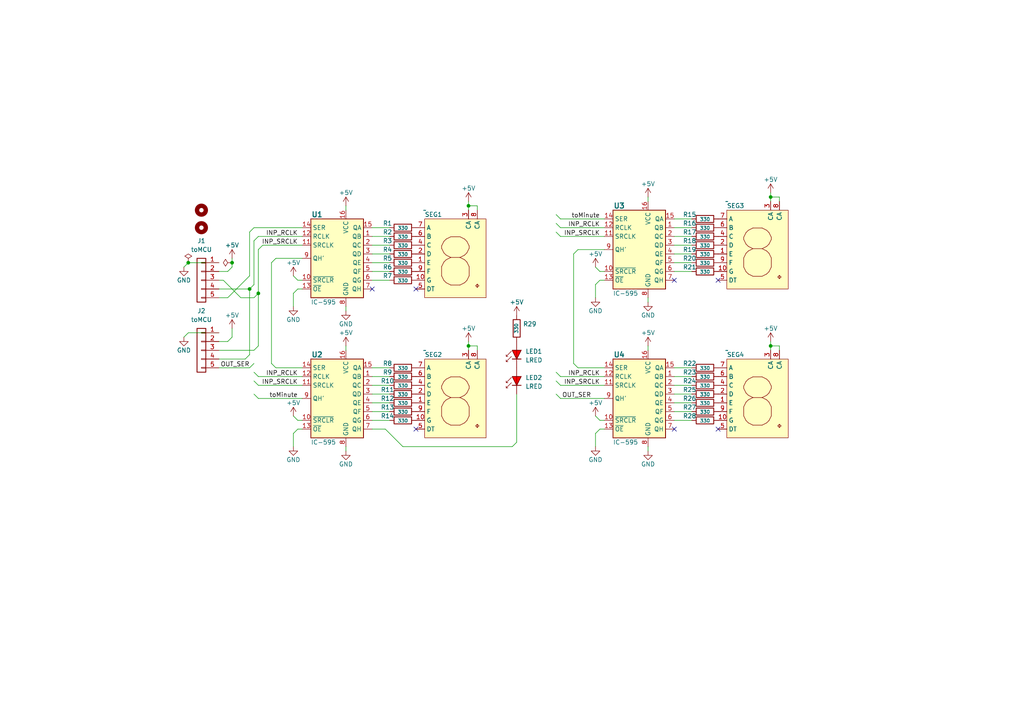
<source format=kicad_sch>
(kicad_sch (version 20230121) (generator eeschema)
  (paper "A4")
  (title_block (title "Display Clock 7 Segmen with 74HC595") (date "2023-06-27") (rev "Ver 1.0") (company "TooPayz") (comment 2 "Can use for standard clock or JWS.") (comment 3 "This display 2 digit Hours, 2 digit Minutes, and 2 Blinky LED.") (comment 4 "Design 4 Digit display using Seven Segmen."))
  (lib_symbols
    (symbol "01pyzGeneral:+5V" (power) (pin_names (offset 0))
      (property "Value" "+5V" (at 0 3.81 0))
      (symbol "+5V_0_1"
        (polyline (pts (xy -0.762 1.27) (xy 0 2.54)))
        (polyline (pts (xy 0 0) (xy 0 2.54)))
        (polyline (pts (xy 0 2.54) (xy 0.762 1.27)))
      )
      (symbol "+5V_1_1"
        (pin power_in line (at 0 0 90) (length 0) hide (name "+5V") (number "1"))
      )
    )
    (symbol "01pyzGeneral:GND" (power) (pin_names (offset 0))
      (property "Value" "GND" (at 0 -3.81 0))
      (symbol "GND_0_1"
        (polyline (pts (xy 0 0) (xy 0 -1.27) (xy 1.27 -1.27) (xy 0 -2.54) (xy -1.27 -1.27) (xy 0 -1.27)))
      )
      (symbol "GND_1_1"
        (pin power_in line (at 0 0 270) (length 0) hide (name "GND") (number "1"))
      )
    )
    (symbol "01pyzGeneral:MountingHole" (pin_names (offset 1.016))
      (property "Reference" "H" (at 0 5.08 0))
      (property "Value" "MountingHole" (at 0 3.175 0))
      (symbol "MountingHole_0_1"
        (circle (center 0 0) (radius 1.27) (stroke (width 1.27)))
      )
    )
    (symbol "01pyzGeneral:PWR_FLAG" (power) (pin_numbers hide) (pin_names (offset 0) hide)
      (property "Value" "PWR_FLAG" (at 0 3.81 0))
      (symbol "PWR_FLAG_0_0"
        (pin power_out line (at 0 0 90) (length 0) (name "pwr") (number "1"))
      )
      (symbol "PWR_FLAG_0_1"
        (polyline (pts (xy 0 0) (xy 0 1.27) (xy -1.016 1.905) (xy 0 2.54) (xy 1.016 1.905) (xy 0 1.27)))
      )
    )
    (symbol "02pyzPassive:R" (pin_numbers hide) (pin_names (offset 0))
      (property "Reference" "R" (at -2.032 2.286 0))
      (property "Value" "R" (at 0 -0.1 0))
      (symbol "R_1_1"
        (rectangle (start -2.54 1.016) (end 2.54 -1.016) (stroke (width 0.254)))
        (pin passive line (at -3.81 0 0) (length 1.27) (name "~") (number "1"))
        (pin passive line (at 3.81 0 180) (length 1.27) (name "~") (number "2"))
      )
    )
    (symbol "03pyzActive:LRED" (pin_numbers hide) (pin_names hide)
      (property "Reference" "LED" (at 1.778 1.778 0))
      (property "Value" "LRED" (at 0.254 -2.794 0))
      (symbol "LRED_0_1"
        (polyline (pts (xy -2.032 3.048) (xy -2.032 2.54)))
        (polyline (pts (xy -1.27 1.27) (xy -1.27 -1.27)) (stroke (width 0.254)))
        (polyline (pts (xy 1.27 0) (xy -1.27 0)))
        (polyline (pts (xy -0.508 1.524) (xy -2.032 3.048) (xy -1.524 3.048)))
        (polyline (pts (xy 1.016 1.524) (xy -0.508 3.048) (xy 0 3.048) (xy -0.508 3.048) (xy -0.508 2.54)))
      )
      (symbol "LRED_1_1"
        (polyline (pts (xy 1.27 -1.27) (xy 1.27 1.27) (xy -1.27 0) (xy 1.27 -1.27)) (stroke (width 0.254)) (fill (type color) (color 255 0 0 1)))
        (pin passive line (at -3.81 0 0) (length 2.54) (name "K") (number "1"))
        (pin passive line (at 3.81 0 180) (length 2.54) (name "A") (number "2"))
      )
    )
    (symbol "04pyzConnector:Header_5P" (pin_names (offset 1.016) hide)
      (property "Reference" "J" (at 0 7.62 0))
      (property "Value" "Header_5P" (at 0 -7.62 0))
      (symbol "Header_5P_1_1"
        (rectangle (start -1.27 -4.953) (end 0 -5.207) (stroke (width 0.1524)))
        (rectangle (start -1.27 -2.413) (end 0 -2.667) (stroke (width 0.1524)))
        (rectangle (start -1.27 0.127) (end 0 -0.127) (stroke (width 0.1524)))
        (rectangle (start -1.27 2.667) (end 0 2.413) (stroke (width 0.1524)))
        (rectangle (start -1.27 5.207) (end 0 4.953) (stroke (width 0.1524)))
        (rectangle (start -1.27 6.35) (end 1.27 -6.35) (stroke (width 0.254)))
        (pin passive line (at -5.08 5.08 0) (length 3.81) (name "Pin_1") (number "1"))
        (pin passive line (at -5.08 2.54 0) (length 3.81) (name "Pin_2") (number "2"))
        (pin passive line (at -5.08 0 0) (length 3.81) (name "Pin_3") (number "3"))
        (pin passive line (at -5.08 -2.54 0) (length 3.81) (name "Pin_4") (number "4"))
        (pin passive line (at -5.08 -5.08 0) (length 3.81) (name "Pin_5") (number "5"))
      )
    )
    (symbol "05pyzDisplay:Segmen-CA"
      (property "Reference" "SEG" (at -8.89 12.7 0))
      (property "Value" "SLR0561DWA1BD" (at 8.89 -12.7 0))
      (symbol "Segmen-CA_1_1"
        (rectangle (start -8.89 11.43) (end 8.89 -11.43) (fill (type background)))
        (text "." (at 6.35 -3.81 0) (effects (font (size 10 10))))
        (text "8" (at 0 -1.27 0) (effects (font (size 14 14))))
        (pin input line (at -11.43 -1.27 0) (length 2.54) (name "E") (number "1"))
        (pin input line (at -11.43 -6.35 0) (length 2.54) (name "G") (number "10"))
        (pin input line (at -11.43 1.27 0) (length 2.54) (name "D") (number "2"))
        (pin input line (at 3.81 13.97 270) (length 2.54) (name "CA") (number "3"))
        (pin input line (at -11.43 3.81 0) (length 2.54) (name "C") (number "4"))
        (pin input line (at -11.43 -8.89 0) (length 2.54) (name "DT") (number "5"))
        (pin input line (at -11.43 6.35 0) (length 2.54) (name "B") (number "6"))
        (pin input line (at -11.43 8.89 0) (length 2.54) (name "A") (number "7"))
        (pin input line (at 6.35 13.97 270) (length 2.54) (name "CA") (number "8"))
        (pin input line (at -11.43 -3.81 0) (length 2.54) (name "F") (number "9"))
      )
    )
    (symbol "07pyzIC_MCU:IC-595"
      (property "Reference" "U" (at -7.62 12.7 0))
      (property "Value" "IC-595" (at -7.62 -12.7 0))
      (symbol "IC-595_0_1"
        (rectangle (start -7.62 11.43) (end 7.62 -11.43) (stroke (width 0.254)) (fill (type background)))
      )
      (symbol "IC-595_1_1"
        (pin output line (at 10.16 6.35 180) (length 2.54) (name "QB") (number "1"))
        (pin input line (at -10.16 -6.35 0) (length 2.54) (name "~{SRCLR}") (number "10"))
        (pin input line (at -10.16 3.81 0) (length 2.54) (name "SRCLK") (number "11"))
        (pin input line (at -10.16 6.35 0) (length 2.54) (name "RCLK") (number "12"))
        (pin input line (at -10.16 -8.89 0) (length 2.54) (name "~{OE}") (number "13"))
        (pin input line (at -10.16 8.89 0) (length 2.54) (name "SER") (number "14"))
        (pin output line (at 10.16 8.89 180) (length 2.54) (name "QA") (number "15"))
        (pin power_in line (at 2.54 13.97 270) (length 2.54) (name "VCC") (number "16"))
        (pin output line (at 10.16 3.81 180) (length 2.54) (name "QC") (number "2"))
        (pin output line (at 10.16 1.27 180) (length 2.54) (name "QD") (number "3"))
        (pin output line (at 10.16 -1.27 180) (length 2.54) (name "QE") (number "4"))
        (pin output line (at 10.16 -3.81 180) (length 2.54) (name "QF") (number "5"))
        (pin output line (at 10.16 -6.35 180) (length 2.54) (name "QG") (number "6"))
        (pin output line (at 10.16 -8.89 180) (length 2.54) (name "QH") (number "7"))
        (pin power_in line (at 2.54 -13.97 90) (length 2.54) (name "GND") (number "8"))
        (pin output line (at -10.16 0 0) (length 2.54) (name "QH'") (number "9"))
      )
    )
  )
  (junction (at 223.52 57.15))
  (junction (at 135.89 59.69))
  (junction (at 135.89 100.33))
  (junction (at 67.31 76.2))
  (junction (at 72.39 83.82))
  (junction (at 223.52 100.33))
  (junction (at 74.93 85.09))
  (junction (at 54.61 76.2))
  (no_connect (at 208.28 81.28))
  (no_connect (at 120.65 83.82))
  (no_connect (at 120.65 124.46))
  (no_connect (at 107.95 83.82))
  (no_connect (at 195.58 81.28))
  (no_connect (at 208.28 124.46))
  (no_connect (at 195.58 124.46))
  (wire (pts (xy 72.39 67.31) (xy 72.39 80.01)))
  (wire (pts (xy 78.74 105.41) (xy 80.01 106.68)))
  (wire (pts (xy 107.95 66.04) (xy 113.03 66.04)))
  (wire (pts (xy 63.5 83.82) (xy 72.39 83.82)))
  (wire (pts (xy 116.84 129.54) (xy 111.76 124.46)))
  (wire (pts (xy 175.26 63.5) (xy 162.56 63.5)))
  (wire (pts (xy 187.96 129.54) (xy 187.96 130.81)))
  (wire (pts (xy 195.58 66.04) (xy 200.66 66.04)))
  (wire (pts (xy 69.85 86.36) (xy 73.66 86.36)))
  (wire (pts (xy 107.95 68.58) (xy 113.03 68.58)))
  (wire (pts (xy 173.99 124.46) (xy 172.72 125.73)))
  (wire (pts (xy 76.2 71.12) (xy 74.93 72.39)))
  (wire (pts (xy 161.29 110.49) (xy 162.56 111.76)))
  (wire (pts (xy 107.95 106.68) (xy 113.03 106.68)))
  (wire (pts (xy 173.99 121.92) (xy 172.72 120.65)))
  (wire (pts (xy 63.5 96.52) (xy 54.61 96.52)))
  (wire (pts (xy 67.31 77.47) (xy 66.04 78.74)))
  (wire (pts (xy 100.33 129.54) (xy 100.33 130.81)))
  (wire (pts (xy 71.12 104.14) (xy 72.39 102.87)))
  (wire (pts (xy 175.26 124.46) (xy 173.99 124.46)))
  (wire (pts (xy 107.95 73.66) (xy 113.03 73.66)))
  (wire (pts (xy 67.31 76.2) (xy 67.31 77.47)))
  (wire (pts (xy 161.29 107.95) (xy 162.56 109.22)))
  (wire (pts (xy 86.36 124.46) (xy 85.09 125.73)))
  (wire (pts (xy 223.52 55.88) (xy 223.52 57.15)))
  (wire (pts (xy 87.63 115.57) (xy 74.93 115.57)))
  (wire (pts (xy 195.58 68.58) (xy 200.66 68.58)))
  (wire (pts (xy 87.63 74.93) (xy 80.01 74.93)))
  (wire (pts (xy 54.61 96.52) (xy 53.34 97.79)))
  (wire (pts (xy 195.58 119.38) (xy 200.66 119.38)))
  (wire (pts (xy 162.56 68.58) (xy 175.26 68.58)))
  (wire (pts (xy 195.58 71.12) (xy 200.66 71.12)))
  (wire (pts (xy 72.39 106.68) (xy 73.66 105.41)))
  (wire (pts (xy 74.93 109.22) (xy 87.63 109.22)))
  (wire (pts (xy 74.93 85.09) (xy 73.66 86.36)))
  (wire (pts (xy 63.5 81.28) (xy 64.77 81.28)))
  (wire (pts (xy 107.95 71.12) (xy 113.03 71.12)))
  (wire (pts (xy 162.56 66.04) (xy 175.26 66.04)))
  (wire (pts (xy 138.43 59.69) (xy 138.43 60.96)))
  (wire (pts (xy 86.36 121.92) (xy 87.63 121.92)))
  (wire (pts (xy 226.06 57.15) (xy 226.06 58.42)))
  (wire (pts (xy 73.66 107.95) (xy 74.93 109.22)))
  (wire (pts (xy 135.89 59.69) (xy 135.89 60.96)))
  (wire (pts (xy 73.66 114.3) (xy 74.93 115.57)))
  (wire (pts (xy 195.58 111.76) (xy 200.66 111.76)))
  (wire (pts (xy 63.5 101.6) (xy 73.66 101.6)))
  (wire (pts (xy 173.99 78.74) (xy 172.72 77.47)))
  (wire (pts (xy 67.31 95.25) (xy 67.31 97.79)))
  (wire (pts (xy 107.95 78.74) (xy 113.03 78.74)))
  (wire (pts (xy 138.43 100.33) (xy 138.43 101.6)))
  (wire (pts (xy 173.99 81.28) (xy 172.72 82.55)))
  (wire (pts (xy 87.63 83.82) (xy 86.36 83.82)))
  (wire (pts (xy 195.58 114.3) (xy 200.66 114.3)))
  (wire (pts (xy 73.66 82.55) (xy 73.66 69.85)))
  (wire (pts (xy 63.5 86.36) (xy 66.04 86.36)))
  (wire (pts (xy 223.52 100.33) (xy 226.06 100.33)))
  (wire (pts (xy 148.59 129.54) (xy 116.84 129.54)))
  (wire (pts (xy 86.36 81.28) (xy 87.63 81.28)))
  (wire (pts (xy 107.95 121.92) (xy 113.03 121.92)))
  (wire (pts (xy 135.89 99.06) (xy 135.89 100.33)))
  (wire (pts (xy 175.26 115.57) (xy 162.56 115.57)))
  (wire (pts (xy 54.61 76.2) (xy 53.34 77.47)))
  (wire (pts (xy 64.77 81.28) (xy 69.85 86.36)))
  (wire (pts (xy 107.95 124.46) (xy 111.76 124.46)))
  (wire (pts (xy 100.33 100.33) (xy 100.33 101.6)))
  (wire (pts (xy 86.36 81.28) (xy 85.09 80.01)))
  (wire (pts (xy 107.95 76.2) (xy 113.03 76.2)))
  (wire (pts (xy 223.52 57.15) (xy 223.52 58.42)))
  (wire (pts (xy 167.64 72.39) (xy 166.37 73.66)))
  (wire (pts (xy 107.95 111.76) (xy 113.03 111.76)))
  (wire (pts (xy 67.31 74.93) (xy 67.31 76.2)))
  (wire (pts (xy 74.93 68.58) (xy 87.63 68.58)))
  (wire (pts (xy 195.58 63.5) (xy 200.66 63.5)))
  (wire (pts (xy 161.29 114.3) (xy 162.56 115.57)))
  (wire (pts (xy 161.29 62.23) (xy 162.56 63.5)))
  (wire (pts (xy 161.29 67.31) (xy 162.56 68.58)))
  (wire (pts (xy 63.5 99.06) (xy 66.04 99.06)))
  (wire (pts (xy 85.09 85.09) (xy 85.09 88.9)))
  (wire (pts (xy 149.86 128.27) (xy 148.59 129.54)))
  (wire (pts (xy 195.58 73.66) (xy 200.66 73.66)))
  (wire (pts (xy 161.29 64.77) (xy 162.56 66.04)))
  (wire (pts (xy 107.95 81.28) (xy 113.03 81.28)))
  (wire (pts (xy 223.52 99.06) (xy 223.52 100.33)))
  (wire (pts (xy 73.66 101.6) (xy 74.93 100.33)))
  (wire (pts (xy 107.95 114.3) (xy 113.03 114.3)))
  (wire (pts (xy 87.63 71.12) (xy 76.2 71.12)))
  (wire (pts (xy 135.89 59.69) (xy 138.43 59.69)))
  (wire (pts (xy 195.58 109.22) (xy 200.66 109.22)))
  (wire (pts (xy 172.72 125.73) (xy 172.72 129.54)))
  (wire (pts (xy 195.58 106.68) (xy 200.66 106.68)))
  (wire (pts (xy 73.66 110.49) (xy 74.93 111.76)))
  (wire (pts (xy 74.93 111.76) (xy 87.63 111.76)))
  (wire (pts (xy 172.72 82.55) (xy 172.72 86.36)))
  (wire (pts (xy 107.95 119.38) (xy 113.03 119.38)))
  (wire (pts (xy 87.63 66.04) (xy 73.66 66.04)))
  (wire (pts (xy 166.37 105.41) (xy 167.64 106.68)))
  (wire (pts (xy 107.95 116.84) (xy 113.03 116.84)))
  (wire (pts (xy 86.36 121.92) (xy 85.09 120.65)))
  (wire (pts (xy 166.37 73.66) (xy 166.37 105.41)))
  (wire (pts (xy 135.89 100.33) (xy 138.43 100.33)))
  (wire (pts (xy 195.58 116.84) (xy 200.66 116.84)))
  (wire (pts (xy 162.56 109.22) (xy 175.26 109.22)))
  (wire (pts (xy 195.58 76.2) (xy 200.66 76.2)))
  (wire (pts (xy 86.36 83.82) (xy 85.09 85.09)))
  (wire (pts (xy 63.5 106.68) (xy 72.39 106.68)))
  (wire (pts (xy 72.39 83.82) (xy 73.66 82.55)))
  (wire (pts (xy 66.04 86.36) (xy 72.39 80.01)))
  (wire (pts (xy 63.5 78.74) (xy 66.04 78.74)))
  (wire (pts (xy 78.74 76.2) (xy 78.74 105.41)))
  (wire (pts (xy 73.66 66.04) (xy 72.39 67.31)))
  (wire (pts (xy 175.26 106.68) (xy 167.64 106.68)))
  (wire (pts (xy 107.95 109.22) (xy 113.03 109.22)))
  (wire (pts (xy 175.26 81.28) (xy 173.99 81.28)))
  (wire (pts (xy 175.26 72.39) (xy 167.64 72.39)))
  (wire (pts (xy 187.96 57.15) (xy 187.96 58.42)))
  (wire (pts (xy 85.09 125.73) (xy 85.09 129.54)))
  (wire (pts (xy 195.58 121.92) (xy 200.66 121.92)))
  (wire (pts (xy 223.52 57.15) (xy 226.06 57.15)))
  (wire (pts (xy 100.33 59.69) (xy 100.33 60.96)))
  (wire (pts (xy 74.93 85.09) (xy 74.93 100.33)))
  (wire (pts (xy 63.5 104.14) (xy 71.12 104.14)))
  (wire (pts (xy 80.01 74.93) (xy 78.74 76.2)))
  (wire (pts (xy 135.89 100.33) (xy 135.89 101.6)))
  (wire (pts (xy 223.52 100.33) (xy 223.52 101.6)))
  (wire (pts (xy 63.5 76.2) (xy 54.61 76.2)))
  (wire (pts (xy 72.39 83.82) (xy 72.39 102.87)))
  (wire (pts (xy 187.96 100.33) (xy 187.96 101.6)))
  (wire (pts (xy 87.63 124.46) (xy 86.36 124.46)))
  (wire (pts (xy 187.96 86.36) (xy 187.96 87.63)))
  (wire (pts (xy 149.86 114.3) (xy 149.86 128.27)))
  (wire (pts (xy 162.56 111.76) (xy 175.26 111.76)))
  (wire (pts (xy 100.33 88.9) (xy 100.33 90.17)))
  (wire (pts (xy 173.99 121.92) (xy 175.26 121.92)))
  (wire (pts (xy 173.99 78.74) (xy 175.26 78.74)))
  (wire (pts (xy 74.93 72.39) (xy 74.93 85.09)))
  (wire (pts (xy 80.01 106.68) (xy 87.63 106.68)))
  (wire (pts (xy 226.06 100.33) (xy 226.06 101.6)))
  (wire (pts (xy 67.31 97.79) (xy 66.04 99.06)))
  (wire (pts (xy 135.89 58.42) (xy 135.89 59.69)))
  (wire (pts (xy 73.66 69.85) (xy 74.93 68.58)))
  (wire (pts (xy 195.58 78.74) (xy 200.66 78.74)))
  (label "INP_RCLK" (at 86.36 68.58 180))
  (label "INP_RCLK" (at 173.99 109.22 180))
  (label "INP_SRCLK" (at 86.36 71.12 180))
  (label "INP_SRCLK" (at 173.99 111.76 180))
  (label "toMinute" (at 86.36 115.57 180))
  (label "OUT_SER" (at 171.45 115.57 180))
  (label "INP_RCLK" (at 86.36 109.22 180))
  (label "INP_RCLK" (at 173.99 66.04 180))
  (label "INP_SRCLK" (at 173.99 68.58 180))
  (label "INP_SRCLK" (at 86.36 111.76 180))
  (label "toMinute" (at 173.99 63.5 180))
  (label "OUT_SER" (at 72.39 106.68 180))
  (symbol (lib_id "02pyzPassive:R") (at 204.47 109.22 0) (unit 1)
    (property "Reference" "R23" (at 200.025 107.95 0))
    (property "Value" "330" (at 204.47 109.32 0) (effects (font (size 1 1))))
    (property "Footprint" "02pyzPassive:R_0805_HandSolder" (effects hide))
  )
  (symbol (lib_id "02pyzPassive:R") (at 204.47 63.5 0) (unit 1)
    (property "Reference" "R15" (at 200.025 62.23 0))
    (property "Value" "330" (at 204.47 63.6 0) (effects (font (size 1 1))))
    (property "Footprint" "02pyzPassive:R_0805_HandSolder" (effects hide))
  )
  (symbol (lib_id "01pyzGeneral:+5V") (at 135.89 99.06 0) (unit 1)
    (property "Reference" "#PWR013" (effects hide))
    (property "Value" "+5V" (at 135.89 95.25 0))
  )
  (symbol (lib_id "01pyzGeneral:+5V") (at 172.72 77.47 0) (unit 1)
    (property "Reference" "#PWR014" (effects hide))
    (property "Value" "+5V" (at 172.72 73.66 0))
  )
  (symbol (lib_id "01pyzGeneral:+5V") (at 85.09 80.01 0) (unit 1)
    (property "Reference" "#PWR08" (effects hide))
    (property "Value" "+5V" (at 85.09 76.2 0))
  )
  (symbol (lib_id "01pyzGeneral:GND") (at 187.96 87.63 0) (unit 1)
    (property "Reference" "#PWR019" (effects hide))
    (property "Value" "GND" (at 187.96 91.44 0))
  )
  (symbol (lib_id "02pyzPassive:R") (at 116.84 116.84 0) (unit 1)
    (property "Reference" "R12" (at 112.395 115.57 0))
    (property "Value" "330" (at 116.84 116.94 0) (effects (font (size 1 1))))
    (property "Footprint" "02pyzPassive:R_0805_HandSolder" (effects hide))
  )
  (symbol (lib_id "02pyzPassive:R") (at 116.84 121.92 0) (unit 1)
    (property "Reference" "R14" (at 112.395 120.65 0))
    (property "Value" "330" (at 116.84 122.02 0) (effects (font (size 1 1))))
    (property "Footprint" "02pyzPassive:R_0805_HandSolder" (effects hide))
  )
  (symbol (lib_id "02pyzPassive:R") (at 204.47 121.92 0) (unit 1)
    (property "Reference" "R28" (at 200.025 120.65 0))
    (property "Value" "330" (at 204.47 122.02 0) (effects (font (size 1 1))))
    (property "Footprint" "02pyzPassive:R_0805_HandSolder" (effects hide))
  )
  (symbol (lib_id "01pyzGeneral:+5V") (at 187.96 57.15 0) (unit 1)
    (property "Reference" "#PWR018" (effects hide))
    (property "Value" "+5V" (at 187.96 53.34 0))
  )
  (symbol (lib_id "05pyzDisplay:Segmen-CA") (at 219.71 72.39 0) (unit 1)
    (property "Reference" "SEG3" (at 210.82 59.69 0) (effects (justify left)))
    (property "Value" "~" (at 210.82 58.42 0))
    (property "Footprint" "05pyzDisplay:Segmen-CA" (effects hide))
    (property "Datasheet" "https://jlcpcb.com/partdetail/Sunlight-SLR0561DWA1BD/C225939" (effects hide))
  )
  (symbol (lib_id "02pyzPassive:R") (at 204.47 114.3 0) (unit 1)
    (property "Reference" "R25" (at 200.025 113.03 0))
    (property "Value" "330" (at 204.47 114.4 0) (effects (font (size 1 1))))
    (property "Footprint" "02pyzPassive:R_0805_HandSolder" (effects hide))
  )
  (symbol (lib_id "01pyzGeneral:+5V") (at 100.33 100.33 0) (unit 1)
    (property "Reference" "#PWR011" (effects hide))
    (property "Value" "+5V" (at 100.33 96.52 0))
  )
  (symbol (lib_id "02pyzPassive:R") (at 204.47 71.12 0) (unit 1)
    (property "Reference" "R18" (at 200.025 69.85 0))
    (property "Value" "330" (at 204.47 71.22 0) (effects (font (size 1 1))))
    (property "Footprint" "02pyzPassive:R_0805_HandSolder" (effects hide))
  )
  (symbol (lib_id "02pyzPassive:R") (at 116.84 73.66 0) (unit 1)
    (property "Reference" "R4" (at 112.395 72.39 0))
    (property "Value" "330" (at 116.84 73.76 0) (effects (font (size 1 1))))
    (property "Footprint" "02pyzPassive:R_0805_HandSolder" (effects hide))
  )
  (symbol (lib_id "05pyzDisplay:Segmen-CA") (at 219.71 115.57 0) (unit 1)
    (property "Reference" "SEG4" (at 210.82 102.87 0) (effects (justify left)))
    (property "Value" "~" (at 210.82 101.6 0))
    (property "Footprint" "05pyzDisplay:Segmen-CA" (effects hide))
    (property "Datasheet" "https://jlcpcb.com/partdetail/Sunlight-SLR0561DWA1BD/C225939" (effects hide))
  )
  (symbol (lib_id "02pyzPassive:R") (at 204.47 78.74 0) (unit 1)
    (property "Reference" "R21" (at 200.025 77.47 0))
    (property "Value" "330" (at 204.47 78.84 0) (effects (font (size 1 1))))
    (property "Footprint" "02pyzPassive:R_0805_HandSolder" (effects hide))
  )
  (symbol (lib_id "01pyzGeneral:MountingHole") (at 58.42 66.04 0) (unit 1)
    (property "Reference" "H1" (effects hide))
    (property "Value" "Screw" (effects hide))
    (property "Footprint" "01pyzGeneral:MountingHole_3.2mm_M3_Pad" (effects hide))
  )
  (symbol (lib_id "01pyzGeneral:PWR_FLAG") (at 67.31 76.2 90) (unit 1)
    (property "Reference" "#FLG02" (effects hide))
    (property "Value" "PWR_FLAG" (effects hide))
  )
  (symbol (lib_id "01pyzGeneral:MountingHole") (at 58.42 60.96 0) (unit 1)
    (property "Reference" "H2" (effects hide))
    (property "Value" "Screw" (effects hide))
    (property "Footprint" "01pyzGeneral:MountingHole_3.2mm_M3_Pad" (effects hide))
  )
  (symbol (lib_id "01pyzGeneral:+5V") (at 135.89 58.42 0) (unit 1)
    (property "Reference" "#PWR01" (effects hide))
    (property "Value" "+5V" (at 135.89 54.61 0))
  )
  (symbol (lib_id "07pyzIC_MCU:IC-595") (at 97.79 115.57 0) (unit 1)
    (property "Reference" "U2" (at 90.17 102.87 0) (effects (font (size 1.5 1.5) bold) (justify left)))
    (property "Value" "IC-595" (at 90.17 128.27 0) (effects (justify left)))
    (property "Footprint" "Package_SO:SOP-16_4.4x10.4mm_P1.27mm" (effects hide))
    (property "Datasheet" "https://www.ti.com/lit/ds/symlink/sn74hc595.pdf" (effects hide))
  )
  (symbol (lib_id "01pyzGeneral:GND") (at 53.34 77.47 0) (unit 1)
    (property "Reference" "#PWR02" (effects hide))
    (property "Value" "GND" (at 53.34 81.28 0))
  )
  (symbol (lib_id "02pyzPassive:R") (at 116.84 119.38 0) (unit 1)
    (property "Reference" "R13" (at 112.395 118.11 0))
    (property "Value" "330" (at 116.84 119.48 0) (effects (font (size 1 1))))
    (property "Footprint" "02pyzPassive:R_0805_HandSolder" (effects hide))
  )
  (symbol (lib_id "05pyzDisplay:Segmen-CA") (at 132.08 115.57 0) (unit 1)
    (property "Reference" "SEG2" (at 123.19 102.87 0) (effects (justify left)))
    (property "Value" "~" (at 123.19 101.6 0))
    (property "Footprint" "05pyzDisplay:Segmen-CA" (effects hide))
    (property "Datasheet" "https://jlcpcb.com/partdetail/Sunlight-SLR0561DWA1BD/C225939" (effects hide))
  )
  (symbol (lib_id "02pyzPassive:R") (at 116.84 78.74 0) (unit 1)
    (property "Reference" "R6" (at 112.395 77.47 0))
    (property "Value" "330" (at 116.84 78.84 0) (effects (font (size 1 1))))
    (property "Footprint" "02pyzPassive:R_0805_HandSolder" (effects hide))
  )
  (symbol (lib_id "07pyzIC_MCU:IC-595") (at 185.42 72.39 0) (unit 1)
    (property "Reference" "U3" (at 177.8 59.69 0) (effects (font (size 1.5 1.5) bold) (justify left)))
    (property "Value" "IC-595" (at 177.8 85.09 0) (effects (justify left)))
    (property "Footprint" "Package_SO:SOP-16_4.4x10.4mm_P1.27mm" (effects hide))
    (property "Datasheet" "https://www.ti.com/lit/ds/symlink/sn74hc595.pdf" (effects hide))
  )
  (symbol (lib_id "02pyzPassive:R") (at 204.47 73.66 0) (unit 1)
    (property "Reference" "R19" (at 200.025 72.39 0))
    (property "Value" "330" (at 204.47 73.76 0) (effects (font (size 1 1))))
    (property "Footprint" "02pyzPassive:R_0805_HandSolder" (effects hide))
  )
  (symbol (lib_id "02pyzPassive:R") (at 149.86 95.25 270) (unit 1)
    (property "Reference" "R29" (at 153.67 93.98 90))
    (property "Value" "330" (at 149.76 95.25 0) (effects (font (size 1 1))))
    (property "Footprint" "02pyzPassive:R_0805_HandSolder" (effects hide))
  )
  (symbol (lib_id "02pyzPassive:R") (at 116.84 114.3 0) (unit 1)
    (property "Reference" "R11" (at 112.395 113.03 0))
    (property "Value" "330" (at 116.84 114.4 0) (effects (font (size 1 1))))
    (property "Footprint" "02pyzPassive:R_0805_HandSolder" (effects hide))
  )
  (symbol (lib_id "02pyzPassive:R") (at 116.84 111.76 0) (unit 1)
    (property "Reference" "R10" (at 112.395 110.49 0))
    (property "Value" "330" (at 116.84 111.86 0) (effects (font (size 1 1))))
    (property "Footprint" "02pyzPassive:R_0805_HandSolder" (effects hide))
  )
  (symbol (lib_id "01pyzGeneral:GND") (at 100.33 130.81 0) (unit 1)
    (property "Reference" "#PWR012" (effects hide))
    (property "Value" "GND" (at 100.33 134.62 0))
  )
  (symbol (lib_id "02pyzPassive:R") (at 116.84 109.22 0) (unit 1)
    (property "Reference" "R9" (at 112.395 107.95 0))
    (property "Value" "330" (at 116.84 109.32 0) (effects (font (size 1 1))))
    (property "Footprint" "02pyzPassive:R_0805_HandSolder" (effects hide))
  )
  (symbol (lib_id "02pyzPassive:R") (at 204.47 119.38 0) (unit 1)
    (property "Reference" "R27" (at 200.025 118.11 0))
    (property "Value" "330" (at 204.47 119.48 0) (effects (font (size 1 1))))
    (property "Footprint" "02pyzPassive:R_0805_HandSolder" (effects hide))
  )
  (symbol (lib_id "01pyzGeneral:GND") (at 172.72 129.54 0) (unit 1)
    (property "Reference" "#PWR017" (effects hide))
    (property "Value" "GND" (at 172.72 133.35 0))
  )
  (symbol (lib_id "01pyzGeneral:+5V") (at 223.52 55.88 0) (unit 1)
    (property "Reference" "#PWR022" (effects hide))
    (property "Value" "+5V" (at 223.52 52.07 0))
  )
  (symbol (lib_id "01pyzGeneral:GND") (at 187.96 130.81 0) (unit 1)
    (property "Reference" "#PWR021" (effects hide))
    (property "Value" "GND" (at 187.96 134.62 0))
  )
  (symbol (lib_id "01pyzGeneral:+5V") (at 187.96 100.33 0) (unit 1)
    (property "Reference" "#PWR020" (effects hide))
    (property "Value" "+5V" (at 187.96 96.52 0))
  )
  (symbol (lib_id "01pyzGeneral:+5V") (at 67.31 74.93 0) (unit 1)
    (property "Reference" "#PWR04" (effects hide))
    (property "Value" "+5V" (at 67.31 71.12 0))
  )
  (symbol (lib_id "04pyzConnector:Header_5P") (at 58.42 81.28 0) (mirror y) (unit 1)
    (property "Reference" "J1" (at 58.42 69.85 0))
    (property "Value" "toMCU" (at 58.42 72.39 0))
    (property "Footprint" "04pyzConnector:JST_XH_B5B-XH-A_1x05_P2.50mm_Vertical" (effects hide))
  )
  (symbol (lib_id "07pyzIC_MCU:IC-595") (at 97.79 74.93 0) (unit 1)
    (property "Reference" "U1" (at 90.17 62.23 0) (effects (font (size 1.5 1.5) bold) (justify left)))
    (property "Value" "IC-595" (at 90.17 87.63 0) (effects (justify left)))
    (property "Footprint" "Package_SO:SOP-16_4.4x10.4mm_P1.27mm" (effects hide))
    (property "Datasheet" "https://www.ti.com/lit/ds/symlink/sn74hc595.pdf" (effects hide))
  )
  (symbol (lib_id "01pyzGeneral:GND") (at 172.72 86.36 0) (unit 1)
    (property "Reference" "#PWR015" (effects hide))
    (property "Value" "GND" (at 172.72 90.17 0))
  )
  (symbol (lib_id "01pyzGeneral:GND") (at 85.09 129.54 0) (unit 1)
    (property "Reference" "#PWR010" (effects hide))
    (property "Value" "GND" (at 85.09 133.35 0))
  )
  (symbol (lib_id "02pyzPassive:R") (at 116.84 106.68 0) (unit 1)
    (property "Reference" "R8" (at 112.395 105.41 0))
    (property "Value" "330" (at 116.84 106.78 0) (effects (font (size 1 1))))
    (property "Footprint" "02pyzPassive:R_0805_HandSolder" (effects hide))
  )
  (symbol (lib_id "02pyzPassive:R") (at 204.47 111.76 0) (unit 1)
    (property "Reference" "R24" (at 200.025 110.49 0))
    (property "Value" "330" (at 204.47 111.86 0) (effects (font (size 1 1))))
    (property "Footprint" "02pyzPassive:R_0805_HandSolder" (effects hide))
  )
  (symbol (lib_id "02pyzPassive:R") (at 116.84 71.12 0) (unit 1)
    (property "Reference" "R3" (at 112.395 69.85 0))
    (property "Value" "330" (at 116.84 71.22 0) (effects (font (size 1 1))))
    (property "Footprint" "02pyzPassive:R_0805_HandSolder" (effects hide))
  )
  (symbol (lib_id "01pyzGeneral:+5V") (at 149.86 91.44 0) (unit 1)
    (property "Reference" "#PWR03" (effects hide))
    (property "Value" "+5V" (at 149.86 87.63 0))
  )
  (symbol (lib_id "01pyzGeneral:+5V") (at 172.72 120.65 0) (unit 1)
    (property "Reference" "#PWR016" (effects hide))
    (property "Value" "+5V" (at 172.72 116.84 0))
  )
  (symbol (lib_id "03pyzActive:LRED") (at 149.86 110.49 90) (unit 1)
    (property "Reference" "LED2" (at 152.4 109.5375 90) (effects (justify right)))
    (property "Value" "LRED" (at 152.4 112.0775 90) (effects (justify right)))
    (property "Footprint" "03pyzActive:LED_D3.0mm_RED" (effects hide))
  )
  (symbol (lib_id "02pyzPassive:R") (at 204.47 66.04 0) (unit 1)
    (property "Reference" "R16" (at 200.025 64.77 0))
    (property "Value" "330" (at 204.47 66.14 0) (effects (font (size 1 1))))
    (property "Footprint" "02pyzPassive:R_0805_HandSolder" (effects hide))
  )
  (symbol (lib_id "01pyzGeneral:PWR_FLAG") (at 54.61 76.2 0) (unit 1)
    (property "Reference" "#FLG01" (effects hide))
    (property "Value" "PWR_FLAG" (effects hide))
  )
  (symbol (lib_id "02pyzPassive:R") (at 204.47 116.84 0) (unit 1)
    (property "Reference" "R26" (at 200.025 115.57 0))
    (property "Value" "330" (at 204.47 116.94 0) (effects (font (size 1 1))))
    (property "Footprint" "02pyzPassive:R_0805_HandSolder" (effects hide))
  )
  (symbol (lib_id "01pyzGeneral:GND") (at 53.34 97.79 0) (unit 1)
    (property "Reference" "#PWR024" (effects hide))
    (property "Value" "GND" (at 53.34 101.6 0))
  )
  (symbol (lib_id "01pyzGeneral:+5V") (at 85.09 120.65 0) (unit 1)
    (property "Reference" "#PWR09" (effects hide))
    (property "Value" "+5V" (at 85.09 116.84 0))
  )
  (symbol (lib_id "02pyzPassive:R") (at 204.47 68.58 0) (unit 1)
    (property "Reference" "R17" (at 200.025 67.31 0))
    (property "Value" "330" (at 204.47 68.68 0) (effects (font (size 1 1))))
    (property "Footprint" "02pyzPassive:R_0805_HandSolder" (effects hide))
  )
  (symbol (lib_id "01pyzGeneral:GND") (at 100.33 90.17 0) (unit 1)
    (property "Reference" "#PWR06" (effects hide))
    (property "Value" "GND" (at 100.33 93.98 0))
  )
  (symbol (lib_id "02pyzPassive:R") (at 116.84 81.28 0) (unit 1)
    (property "Reference" "R7" (at 112.395 80.01 0))
    (property "Value" "330" (at 116.84 81.38 0) (effects (font (size 1 1))))
    (property "Footprint" "02pyzPassive:R_0805_HandSolder" (effects hide))
  )
  (symbol (lib_id "04pyzConnector:Header_5P") (at 58.42 101.6 0) (mirror y) (unit 1)
    (property "Reference" "J2" (at 58.42 90.17 0))
    (property "Value" "toMCU" (at 58.42 92.71 0))
    (property "Footprint" "04pyzConnector:JST_XH_B5B-XH-A_1x05_P2.50mm_Vertical" (effects hide))
  )
  (symbol (lib_id "02pyzPassive:R") (at 116.84 68.58 0) (unit 1)
    (property "Reference" "R2" (at 112.395 67.31 0))
    (property "Value" "330" (at 116.84 68.68 0) (effects (font (size 1 1))))
    (property "Footprint" "02pyzPassive:R_0805_HandSolder" (effects hide))
  )
  (symbol (lib_id "02pyzPassive:R") (at 116.84 76.2 0) (unit 1)
    (property "Reference" "R5" (at 112.395 74.93 0))
    (property "Value" "330" (at 116.84 76.3 0) (effects (font (size 1 1))))
    (property "Footprint" "02pyzPassive:R_0805_HandSolder" (effects hide))
  )
  (symbol (lib_id "01pyzGeneral:+5V") (at 223.52 99.06 0) (unit 1)
    (property "Reference" "#PWR023" (effects hide))
    (property "Value" "+5V" (at 223.52 95.25 0))
  )
  (symbol (lib_id "02pyzPassive:R") (at 204.47 106.68 0) (unit 1)
    (property "Reference" "R22" (at 200.025 105.41 0))
    (property "Value" "330" (at 204.47 106.78 0) (effects (font (size 1 1))))
    (property "Footprint" "02pyzPassive:R_0805_HandSolder" (effects hide))
  )
  (symbol (lib_id "01pyzGeneral:GND") (at 85.09 88.9 0) (unit 1)
    (property "Reference" "#PWR05" (effects hide))
    (property "Value" "GND" (at 85.09 92.71 0))
  )
  (symbol (lib_id "02pyzPassive:R") (at 204.47 76.2 0) (unit 1)
    (property "Reference" "R20" (at 200.025 74.93 0))
    (property "Value" "330" (at 204.47 76.3 0) (effects (font (size 1 1))))
    (property "Footprint" "02pyzPassive:R_0805_HandSolder" (effects hide))
  )
  (symbol (lib_id "01pyzGeneral:+5V") (at 67.31 95.25 0) (unit 1)
    (property "Reference" "#PWR025" (effects hide))
    (property "Value" "+5V" (at 67.31 91.44 0))
  )
  (symbol (lib_id "02pyzPassive:R") (at 116.84 66.04 0) (unit 1)
    (property "Reference" "R1" (at 112.395 64.77 0))
    (property "Value" "330" (at 116.84 66.14 0) (effects (font (size 1 1))))
    (property "Footprint" "02pyzPassive:R_0603_HandSolder" (effects hide))
  )
  (symbol (lib_id "05pyzDisplay:Segmen-CA") (at 132.08 74.93 0) (unit 1)
    (property "Reference" "SEG1" (at 123.19 62.23 0) (effects (justify left)))
    (property "Value" "~" (at 123.19 60.96 0))
    (property "Footprint" "05pyzDisplay:Segmen-CA" (effects hide))
    (property "Datasheet" "https://jlcpcb.com/partdetail/Sunlight-SLR0561DWA1BD/C225939" (effects hide))
  )
  (symbol (lib_id "03pyzActive:LRED") (at 149.86 102.87 90) (unit 1)
    (property "Reference" "LED1" (at 152.4 101.9175 90) (effects (justify right)))
    (property "Value" "LRED" (at 152.4 104.4575 90) (effects (justify right)))
    (property "Footprint" "03pyzActive:LED_D3.0mm_RED" (effects hide))
  )
  (symbol (lib_id "01pyzGeneral:+5V") (at 100.33 59.69 0) (unit 1)
    (property "Reference" "#PWR07" (effects hide))
    (property "Value" "+5V" (at 100.33 55.88 0))
  )
  (symbol (lib_id "07pyzIC_MCU:IC-595") (at 185.42 115.57 0) (unit 1)
    (property "Reference" "U4" (at 177.8 102.87 0) (effects (font (size 1.5 1.5) bold) (justify left)))
    (property "Value" "IC-595" (at 177.8 128.27 0) (effects (justify left)))
    (property "Footprint" "Package_SO:SOP-16_4.4x10.4mm_P1.27mm" (effects hide))
    (property "Datasheet" "https://www.ti.com/lit/ds/symlink/sn74hc595.pdf" (effects hide))
  )
)
</source>
